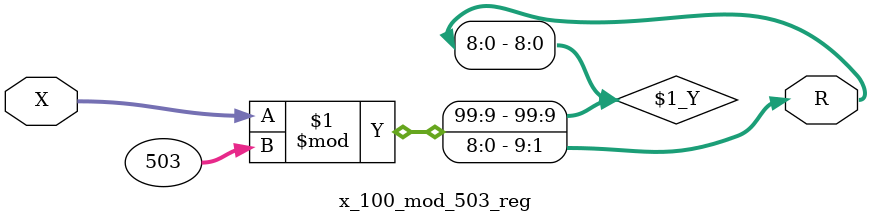
<source format=v>
module x_100_mod_503_reg(
    input [100:1] X,
    output [9:1] R
    );


assign R = X % 503;

endmodule

</source>
